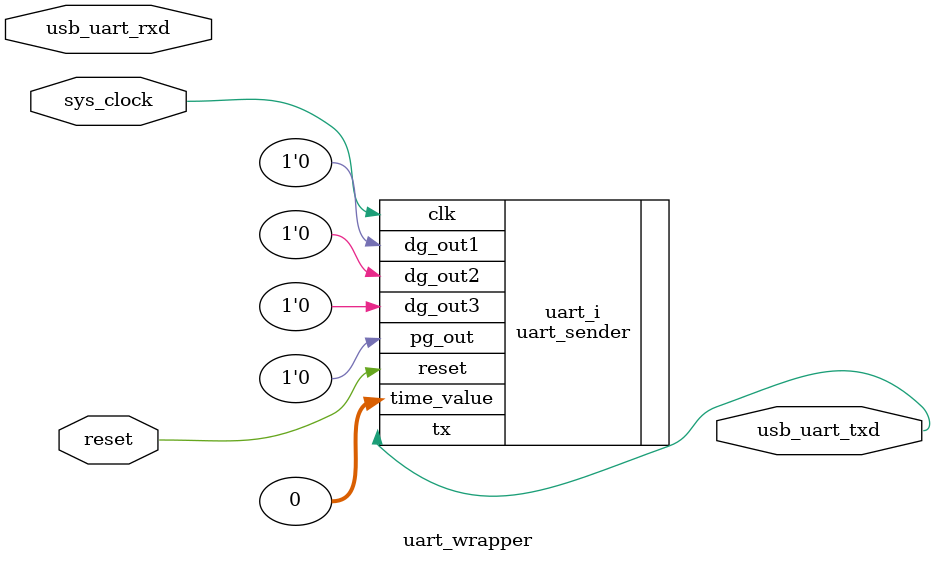
<source format=v>
`timescale 1 ps / 1 ps

module uart_wrapper
   (reset,
    sys_clock,
    usb_uart_rxd,
    usb_uart_txd);
  input reset;
  input sys_clock;
  input usb_uart_rxd;
  output usb_uart_txd;

  wire reset;
  wire sys_clock;
  wire usb_uart_rxd;
  wire usb_uart_txd;

  uart_sender uart_i
       (.reset(reset),
        .clk(sys_clock),
        .time_value(32'd0),  // 'time'을 'time_value'로 변경
        .dg_out1(1'b0), // 예시로 고정된 출력 값을 설정합니다. 실제 사용 시 변경 필요.
        .dg_out2(1'b0),
        .dg_out3(1'b0),
        .pg_out(1'b0),
        .tx(usb_uart_txd));
        // 필요하다면 oscillator 모듈을 인스턴스화합니다.
  oscillator osc_inst (
        // 필요한 포트 연결
  );
endmodule

</source>
